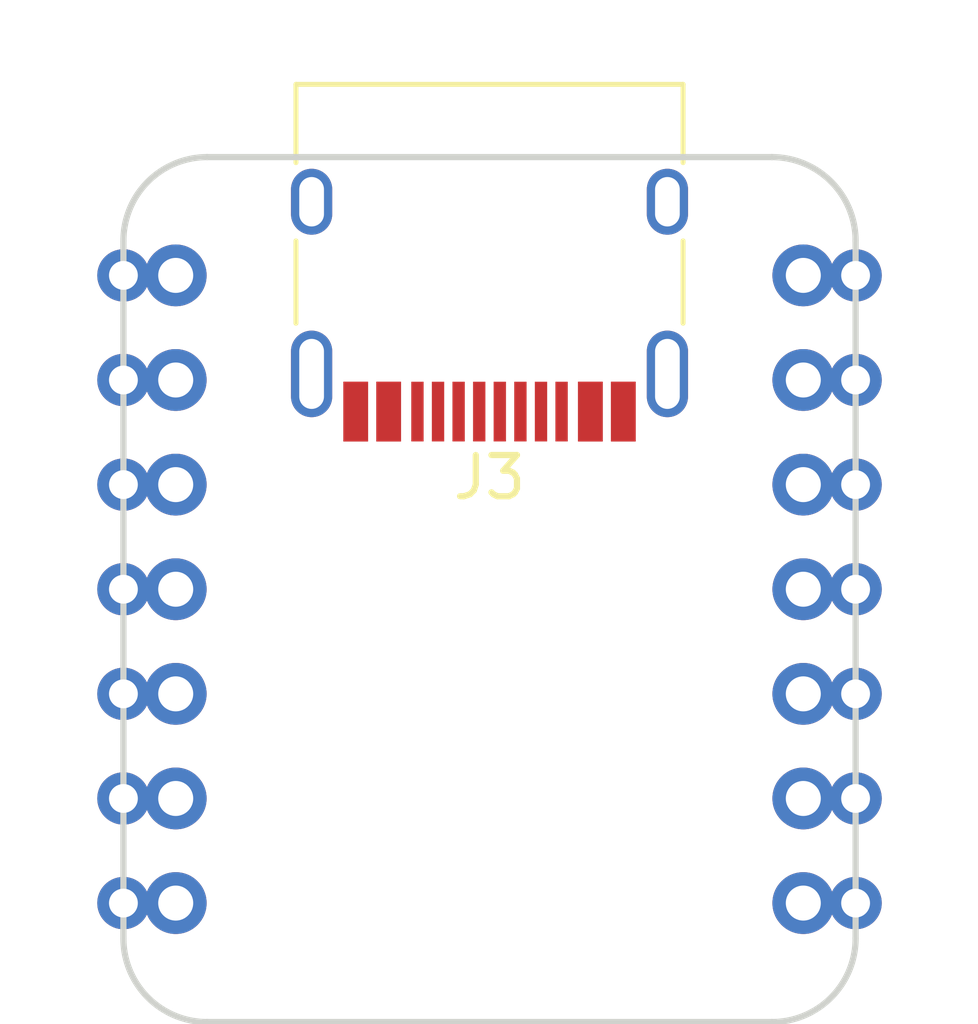
<source format=kicad_pcb>
(kicad_pcb (version 20240108) (generator "pcbnew") (generator_version "8.0")
  (layers (0 "F.Cu" signal) (31 "B.Cu" signal) (34 "B.Paste" user) (35 "F.Paste" user) (36 "B.SilkS" user "B.Silkscreen") (37 "F.SilkS" user "F.Silkscreen") (38 "B.Mask" user) (39 "F.Mask" user) (44 "Edge.Cuts" user))
  (net 0 "")
  (net 1 "/D1")
  (net 2 "/D2")
  (net 3 "/D5{slash}SCL")
  (net 4 "/D0")
  (net 5 "/D3")
  (net 6 "/D4{slash}SDA")
  (net 7 "/D6{slash}TX")
  (net 8 "/D8{slash}SCK")
  (net 9 "/D10{slash}MOSI")
  (net 10 "+5V")
  (net 11 "/D9{slash}MISO")
  (net 12 "/D7{slash}RX")
  (net 13 "GND")
  (net 14 "+3.3V")
  (net 16 "Net-(J3-VBUS-PadA4)")
  (footprint "Connector_USB:USB_C_Receptacle_HRO_TYPE-C-31-M-12" (layer "F.Cu") (at 148.5 96.6338 180)
    (property "Reference" "J3" (at 0 -5.645 180) (layer "F.SilkS"))
    (property "Value" "USB_C_Receptacle_USB2.0_16P")
    (fp_line (start 4.7 2) (end 4.7 3.9) (stroke (width 0.12)) (layer "F.SilkS"))
    (fp_line (start 4.7 -1.9) (end 4.7 0.1) (stroke (width 0.12)) (layer "F.SilkS"))
    (fp_line (start -4.7 3.9) (end 4.7 3.9) (stroke (width 0.12)) (layer "F.SilkS"))
    (fp_line (start -4.7 2) (end -4.7 3.9) (stroke (width 0.12)) (layer "F.SilkS"))
    (fp_line (start -4.7 -1.9) (end -4.7 0.1) (stroke (width 0.12)) (layer "F.SilkS"))
    (pad "" np_thru_hole circle (at -2.89 -2.6 180) (size 0.65 0.65) (drill 0.65) (layers "*.Cu" "*.Mask"))
    (pad "" np_thru_hole circle (at 2.89 -2.6 180) (size 0.65 0.65) (drill 0.65) (layers "*.Cu" "*.Mask"))
    (pad "A1" smd rect (at -3.25 -4.045 180) (size 0.6 1.45) (layers "F.Cu" "F.Paste" "F.Mask") (net 13 "GND"))
    (pad "A4" smd rect (at -2.45 -4.045 180) (size 0.6 1.45) (layers "F.Cu" "F.Paste" "F.Mask") (net 16 "Net-(J3-VBUS-PadA4)"))
    (pad "A5" smd rect (at -1.25 -4.045 180) (size 0.3 1.45) (layers "F.Cu" "F.Paste" "F.Mask"))
    (pad "A6" smd rect (at -0.25 -4.045 180) (size 0.3 1.45) (layers "F.Cu" "F.Paste" "F.Mask"))
    (pad "A7" smd rect (at 0.25 -4.045 180) (size 0.3 1.45) (layers "F.Cu" "F.Paste" "F.Mask"))
    (pad "A8" smd rect (at 1.25 -4.045 180) (size 0.3 1.45) (layers "F.Cu" "F.Paste" "F.Mask"))
    (pad "A9" smd rect (at 2.45 -4.045 180) (size 0.6 1.45) (layers "F.Cu" "F.Paste" "F.Mask") (net 16 "Net-(J3-VBUS-PadA4)"))
    (pad "A12" smd rect (at 3.25 -4.045 180) (size 0.6 1.45) (layers "F.Cu" "F.Paste" "F.Mask") (net 13 "GND"))
    (pad "B1" smd rect (at 3.25 -4.045 180) (size 0.6 1.45) (layers "F.Cu" "F.Paste" "F.Mask") (net 13 "GND"))
    (pad "B4" smd rect (at 2.45 -4.045 180) (size 0.6 1.45) (layers "F.Cu" "F.Paste" "F.Mask") (net 16 "Net-(J3-VBUS-PadA4)"))
    (pad "B5" smd rect (at 1.75 -4.045 180) (size 0.3 1.45) (layers "F.Cu" "F.Paste" "F.Mask"))
    (pad "B6" smd rect (at 0.75 -4.045 180) (size 0.3 1.45) (layers "F.Cu" "F.Paste" "F.Mask"))
    (pad "B7" smd rect (at -0.75 -4.045 180) (size 0.3 1.45) (layers "F.Cu" "F.Paste" "F.Mask"))
    (pad "B8" smd rect (at -1.75 -4.045 180) (size 0.3 1.45) (layers "F.Cu" "F.Paste" "F.Mask"))
    (pad "B9" smd rect (at -2.45 -4.045 180) (size 0.6 1.45) (layers "F.Cu" "F.Paste" "F.Mask") (net 16 "Net-(J3-VBUS-PadA4)"))
    (pad "B12" smd rect (at -3.25 -4.045 180) (size 0.6 1.45) (layers "F.Cu" "F.Paste" "F.Mask") (net 13 "GND"))
    (pad "S1" thru_hole oval (at -4.32 -3.13 180) (size 1 2.1) (drill oval 0.6 1.7) (layers "*.Cu" "*.Mask") (net 13 "GND"))
    (pad "S1" thru_hole oval (at -4.32 1.05 180) (size 1 1.6) (drill oval 0.6 1.2) (layers "*.Cu" "*.Mask") (net 13 "GND"))
    (pad "S1" thru_hole oval (at 4.32 -3.13 180) (size 1 2.1) (drill oval 0.6 1.7) (layers "*.Cu" "*.Mask") (net 13 "GND"))
    (pad "S1" thru_hole oval (at 4.32 1.05 180) (size 1 1.6) (drill oval 0.6 1.2) (layers "*.Cu" "*.Mask") (net 13 "GND"))
  )
  (footprint "Xiao-PinHeader_2.54mm:H7-HALF-HOLE-2.54" (layer "F.Cu") (at 156.12 104.992 180)
    (property "Reference" "J1" (hide yes))
    (property "Value" "Conn_01x07" (hide yes))
    (pad "1" thru_hole circle (at -1.27 -7.62 180) (size 1.27 1.27) (drill 0.7) (layers "*.Cu" "*.Mask") (net 4 "/D0"))
    (pad "1" thru_hole circle (at 0 -7.62 180) (size 1.5 1.5) (drill 0.85) (layers "*.Cu" "*.Mask") (net 4 "/D0"))
    (pad "2" thru_hole circle (at -1.27 -5.08 180) (size 1.27 1.27) (drill 0.7) (layers "*.Cu" "*.Mask") (net 1 "/D1"))
    (pad "2" thru_hole circle (at 0 -5.08 180) (size 1.5 1.5) (drill 0.85) (layers "*.Cu" "*.Mask") (net 1 "/D1"))
    (pad "3" thru_hole circle (at -1.27 -2.54 180) (size 1.27 1.27) (drill 0.7) (layers "*.Cu" "*.Mask") (net 2 "/D2"))
    (pad "3" thru_hole circle (at 0 -2.54 180) (size 1.5 1.5) (drill 0.85) (layers "*.Cu" "*.Mask") (net 2 "/D2"))
    (pad "4" thru_hole circle (at -1.27 0 180) (size 1.27 1.27) (drill 0.7) (layers "*.Cu" "*.Mask") (net 5 "/D3"))
    (pad "4" thru_hole circle (at 0 0 180) (size 1.5 1.5) (drill 0.85) (layers "*.Cu" "*.Mask") (net 5 "/D3"))
    (pad "5" thru_hole circle (at -1.27 2.54 180) (size 1.27 1.27) (drill 0.7) (layers "*.Cu" "*.Mask") (net 6 "/D4{slash}SDA"))
    (pad "5" thru_hole circle (at 0 2.54 180) (size 1.5 1.5) (drill 0.85) (layers "*.Cu" "*.Mask") (net 6 "/D4{slash}SDA"))
    (pad "6" thru_hole circle (at -1.27 5.08 180) (size 1.27 1.27) (drill 0.7) (layers "*.Cu" "*.Mask") (net 3 "/D5{slash}SCL"))
    (pad "6" thru_hole circle (at 0 5.08 180) (size 1.5 1.5) (drill 0.85) (layers "*.Cu" "*.Mask") (net 3 "/D5{slash}SCL"))
    (pad "7" thru_hole circle (at -1.27 7.62 180) (size 1.27 1.27) (drill 0.7) (layers "*.Cu" "*.Mask") (net 7 "/D6{slash}TX"))
    (pad "7" thru_hole circle (at 0 7.62 180) (size 1.5 1.5) (drill 0.85) (layers "*.Cu" "*.Mask") (net 7 "/D6{slash}TX"))
  )
  (footprint "Xiao-PinHeader_2.54mm:H7-HALF-HOLE-2.54" (layer "F.Cu") (at 140.88 104.992)
    (property "Reference" "J2" (hide yes))
    (property "Value" "Conn_01x07" (hide yes))
    (pad "1" thru_hole circle (at -1.27 -7.62) (size 1.27 1.27) (drill 0.7) (layers "*.Cu" "*.Mask") (net 12 "/D7{slash}RX"))
    (pad "1" thru_hole circle (at 0 -7.62) (size 1.5 1.5) (drill 0.85) (layers "*.Cu" "*.Mask") (net 12 "/D7{slash}RX"))
    (pad "2" thru_hole circle (at -1.27 -5.08) (size 1.27 1.27) (drill 0.7) (layers "*.Cu" "*.Mask") (net 8 "/D8{slash}SCK"))
    (pad "2" thru_hole circle (at 0 -5.08) (size 1.5 1.5) (drill 0.85) (layers "*.Cu" "*.Mask") (net 8 "/D8{slash}SCK"))
    (pad "3" thru_hole circle (at -1.27 -2.54) (size 1.27 1.27) (drill 0.7) (layers "*.Cu" "*.Mask") (net 11 "/D9{slash}MISO"))
    (pad "3" thru_hole circle (at 0 -2.54) (size 1.5 1.5) (drill 0.85) (layers "*.Cu" "*.Mask") (net 11 "/D9{slash}MISO"))
    (pad "4" thru_hole circle (at -1.27 0) (size 1.27 1.27) (drill 0.7) (layers "*.Cu" "*.Mask") (net 9 "/D10{slash}MOSI"))
    (pad "4" thru_hole circle (at 0 0) (size 1.5 1.5) (drill 0.85) (layers "*.Cu" "*.Mask") (net 9 "/D10{slash}MOSI"))
    (pad "5" thru_hole circle (at -1.27 2.54) (size 1.27 1.27) (drill 0.7) (layers "*.Cu" "*.Mask") (net 14 "+3.3V"))
    (pad "5" thru_hole circle (at 0 2.54) (size 1.5 1.5) (drill 0.85) (layers "*.Cu" "*.Mask") (net 14 "+3.3V"))
    (pad "6" thru_hole circle (at -1.27 5.08) (size 1.27 1.27) (drill 0.7) (layers "*.Cu" "*.Mask") (net 13 "GND"))
    (pad "6" thru_hole circle (at 0 5.08) (size 1.5 1.5) (drill 0.85) (layers "*.Cu" "*.Mask") (net 13 "GND"))
    (pad "7" thru_hole circle (at -1.27 7.62) (size 1.27 1.27) (drill 0.7) (layers "*.Cu" "*.Mask") (net 10 "+5V"))
    (pad "7" thru_hole circle (at 0 7.62) (size 1.5 1.5) (drill 0.85) (layers "*.Cu" "*.Mask") (net 10 "+5V"))
  )
  (gr_arc (start 155.358 94.5) (mid 156.794841 95.095159) (end 157.39 96.532) (stroke (width 0.15)) (layer "Edge.Cuts"))
  (gr_arc (start 139.61 96.532) (mid 140.205159 95.095159) (end 141.642 94.5) (stroke (width 0.15)) (layer "Edge.Cuts"))
  (gr_arc (start 141.642 115.5) (mid 140.205159 114.904841) (end 139.61 113.468) (stroke (width 0.15)) (layer "Edge.Cuts"))
  (gr_line (start 157.39 113.468) (end 157.39 96.532) (stroke (width 0.15)) (layer "Edge.Cuts"))
  (gr_line (start 155.358 94.5) (end 141.642 94.5) (stroke (width 0.15)) (layer "Edge.Cuts"))
  (gr_line (start 141.642 115.5) (end 155.358 115.5) (stroke (width 0.15)) (layer "Edge.Cuts"))
  (gr_line (start 139.61 96.532) (end 139.61 113.468) (stroke (width 0.15)) (layer "Edge.Cuts"))
  (gr_arc (start 157.39 113.468) (mid 156.794841 114.904841) (end 155.358 115.5) (stroke (width 0.15)) (layer "Edge.Cuts"))
)
</source>
